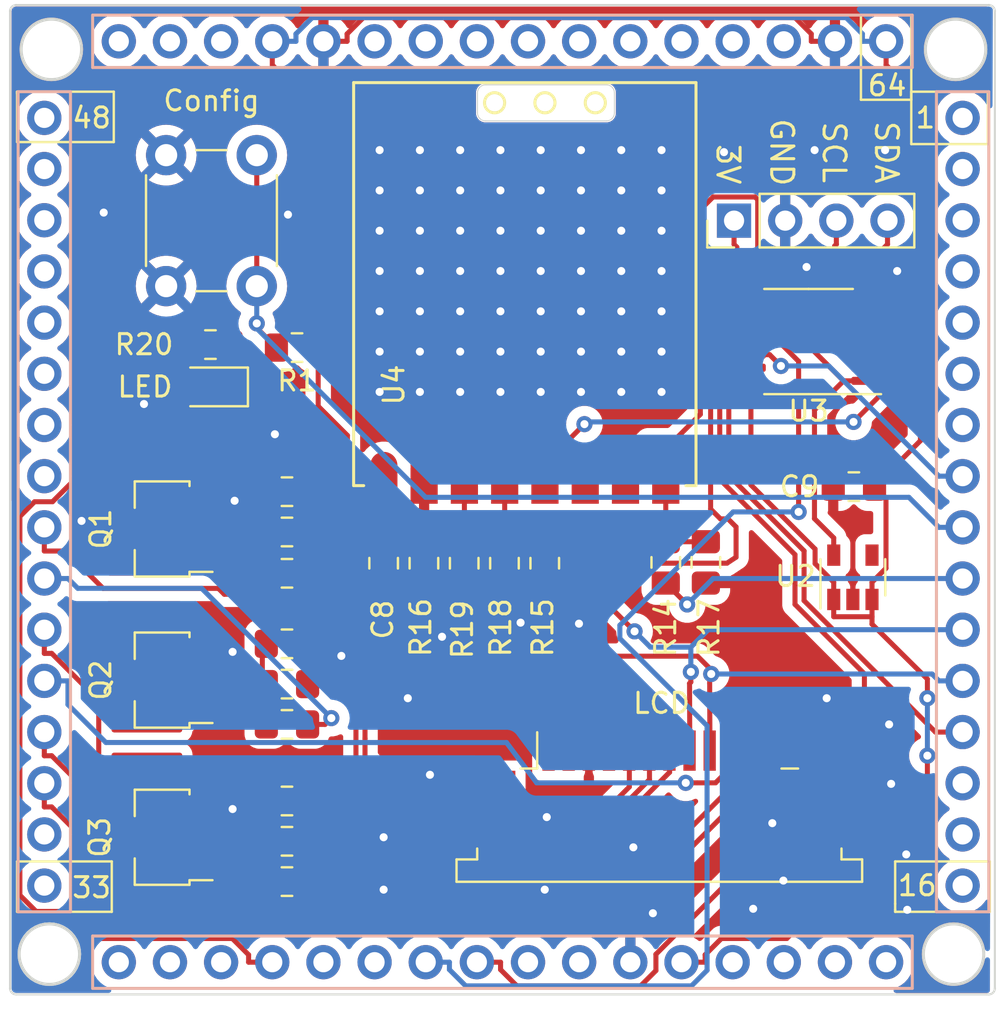
<source format=kicad_pcb>
(kicad_pcb (version 20240108) (generator "pcbnew") (generator_version "8.0")
  (layers (0 "F.Cu" signal) (31 "B.Cu" signal) (34 "B.Paste" user) (35 "F.Paste" user) (36 "B.SilkS" user "B.Silkscreen") (37 "F.SilkS" user "F.Silkscreen") (38 "B.Mask" user) (39 "F.Mask" user) (44 "Edge.Cuts" user))
  (net 0 "")
  (net 1 "/3V")
  (net 2 "/5V")
  (net 3 "/LCD_CS")
  (net 4 "/LCD_RESET")
  (net 5 "/LCD_A0")
  (net 6 "/5V_MOSI")
  (net 7 "/5V_SCK")
  (net 8 "/LCD_B")
  (net 9 "/LCD_R")
  (net 10 "/LCD_G")
  (net 11 "Net-(J7-Pad1)")
  (net 12 "Net-(J8-Pad16)")
  (net 13 "Net-(J8-Pad15)")
  (net 14 "Net-(J8-Pad14)")
  (net 15 "/5V_MISO")
  (net 16 "/5V_CS")
  (net 17 "Net-(J8-Pad9)")
  (net 18 "/5V_GDO0")
  (net 19 "Net-(J8-Pad7)")
  (net 20 "Net-(J8-Pad6)")
  (net 21 "Net-(J8-Pad5)")
  (net 22 "Net-(J8-Pad4)")
  (net 23 "Net-(J8-Pad3)")
  (net 24 "Net-(J8-Pad2)")
  (net 25 "Net-(J8-Pad1)")
  (net 26 "Net-(J9-Pad16)")
  (net 27 "Net-(J9-Pad15)")
  (net 28 "Net-(J9-Pad14)")
  (net 29 "Net-(J9-Pad13)")
  (net 30 "Net-(J9-Pad12)")
  (net 31 "Net-(J9-Pad11)")
  (net 32 "Net-(J9-Pad10)")
  (net 33 "Net-(J9-Pad9)")
  (net 34 "/LCD_G_CTRL")
  (net 35 "/LCD_R_CTRL")
  (net 36 "/LCD_B_CTRL")
  (net 37 "Net-(J9-Pad2)")
  (net 38 "Net-(J9-Pad1)")
  (net 39 "Net-(J10-Pad16)")
  (net 40 "Net-(J10-Pad15)")
  (net 41 "Net-(J10-Pad14)")
  (net 42 "Net-(J10-Pad13)")
  (net 43 "Net-(J10-Pad12)")
  (net 44 "Net-(J10-Pad11)")
  (net 45 "/5V_SDA")
  (net 46 "/5V_SCL")
  (net 47 "Net-(J10-Pad8)")
  (net 48 "Net-(J10-Pad7)")
  (net 49 "Net-(J10-Pad4)")
  (net 50 "Net-(J10-Pad3)")
  (net 51 "Net-(J10-Pad2)")
  (net 52 "Net-(J10-Pad1)")
  (net 53 "Net-(J11-Pad14)")
  (net 54 "Net-(J11-Pad13)")
  (net 55 "Net-(J11-Pad12)")
  (net 56 "Net-(J11-Pad11)")
  (net 57 "Net-(J11-Pad10)")
  (net 58 "Net-(J11-Pad9)")
  (net 59 "Net-(J11-Pad8)")
  (net 60 "Net-(J11-Pad7)")
  (net 61 "Net-(J11-Pad6)")
  (net 62 "Net-(J11-Pad3)")
  (net 63 "Net-(J11-Pad2)")
  (net 64 "Net-(J11-Pad1)")
  (net 65 "/3V_SDA")
  (net 66 "/3V_SCL")
  (net 67 "Net-(Q1-Pad2)")
  (net 68 "Net-(Q1-Pad1)")
  (net 69 "Net-(Q2-Pad2)")
  (net 70 "Net-(Q2-Pad1)")
  (net 71 "Net-(Q3-Pad2)")
  (net 72 "Net-(Q3-Pad1)")
  (net 73 "/3V_CS")
  (net 74 "/3V_SCK")
  (net 75 "/3V_MOSI")
  (net 76 "Net-(U2-Pad4)")
  (net 77 "Net-(U3-Pad9)")
  (net 78 "Net-(U3-Pad6)")
  (net 79 "/3V_GDO0")
  (net 80 "/3V_MISO")
  (net 81 "Net-(U4-Pad6)")
  (net 82 "Net-(D2-Pad2)")
  (net 83 "GND")
  (footprint "LED_SMD:LED_0805_2012Metric_Pad1.15x1.40mm_HandSolder" (layer "F.Cu") (at 105.4 98.050001 180)
    (property "Reference" "D2" (hide yes))
    (property "Value" "LED")
  )
  (footprint "Resistor_SMD:R_0805_2012Metric_Pad1.15x1.40mm_HandSolder" (layer "F.Cu") (at 105.4 95.949999 180)
    (property "Reference" "R20")
    (property "Value" "330")
  )
  (footprint "Capacitor_SMD:C_0805_2012Metric_Pad1.15x1.40mm_HandSolder" (layer "F.Cu") (at 113.999999 106.8 -90)
    (property "Reference" "C8")
    (property "Value" "100n")
  )
  (footprint "Capacitor_SMD:C_0805_2012Metric_Pad1.15x1.40mm_HandSolder" (layer "F.Cu") (at 137.35 103 180)
    (property "Reference" "C9")
    (property "Value" "100n")
  )
  (footprint "Package_TO_SOT_SMD:SOT-89-3" (layer "F.Cu") (at 103.3 105.1 180)
    (property "Reference" "Q1")
    (property "Value" "BCX54")
  )
  (footprint "Package_TO_SOT_SMD:SOT-89-3" (layer "F.Cu") (at 103.3 112.6 180)
    (property "Reference" "Q2")
    (property "Value" "BCX54")
  )
  (footprint "Resistor_SMD:R_0805_2012Metric_Pad1.15x1.40mm_HandSolder" (layer "F.Cu") (at 130 106.76 90)
    (property "Reference" "R17")
    (property "Value" "3k3")
  )
  (footprint "Button_Switch_THT:SW_PUSH_6mm_H4.3mm" (layer "F.Cu") (at 103.2 93.05 90)
    (property "Reference" "SW1" (hide yes))
    (property "Value" "Config")
  )
  (footprint "Package_TO_SOT_SMD:SOT-23-5" (layer "F.Cu") (at 137.3 107.5 90)
    (property "Reference" "U2")
    (property "Value" "ZXCL330E5TA")
  )
  (footprint "Package_SO:TSSOP-14_4.4x5mm_P0.65mm" (layer "F.Cu") (at 135.1 95.8 180)
    (property "Reference" "U3")
    (property "Value" "TXB0104D")
  )
  (footprint "Resistor_SMD:R_0805_2012Metric_Pad1.15x1.40mm_HandSolder" (layer "F.Cu") (at 109.2 114.8)
    (property "Reference" "R8" (hide yes))
    (property "Value" "100")
  )
  (footprint "Resistor_SMD:R_0805_2012Metric_Pad1.15x1.40mm_HandSolder" (layer "F.Cu") (at 109.2 105.25 180)
    (property "Reference" "R7" (hide yes))
    (property "Value" "100")
  )
  (footprint "Resistor_SMD:R_0805_2012Metric_Pad1.15x1.40mm_HandSolder" (layer "F.Cu") (at 109.2 103.25 180)
    (property "Reference" "R6" (hide yes))
    (property "Value" "100")
  )
  (footprint "Resistor_SMD:R_0805_2012Metric_Pad1.15x1.40mm_HandSolder" (layer "F.Cu") (at 122.000001 106.8 -90)
    (property "Reference" "R15")
    (property "Value" "2k2")
  )
  (footprint "Resistor_SMD:R_0805_2012Metric_Pad1.15x1.40mm_HandSolder" (layer "F.Cu") (at 118 106.799999 90)
    (property "Reference" "R19")
    (property "Value" "3k3")
  )
  (footprint "Resistor_SMD:R_0805_2012Metric_Pad1.15x1.40mm_HandSolder" (layer "F.Cu") (at 128.01 106.76 -90)
    (property "Reference" "R14")
    (property "Value" "2k2")
  )
  (footprint "Resistor_SMD:R_0805_2012Metric_Pad1.15x1.40mm_HandSolder" (layer "F.Cu") (at 116 106.8 -90)
    (property "Reference" "R16")
    (property "Value" "2k2")
  )
  (footprint "Resistor_SMD:R_0805_2012Metric_Pad1.15x1.40mm_HandSolder" (layer "F.Cu") (at 120 106.8 90)
    (property "Reference" "R18")
    (property "Value" "3k3")
  )
  (footprint "Connector_PinHeader_2.54mm:PinHeader_1x04_P2.54mm_Vertical" (layer "F.Cu") (at 131.4 89.8 90)
    (property "Reference" "J12" (hide yes))
    (property "Value" "3V I2C")
  )
  (footprint "Resistor_SMD:R_0805_2012Metric_Pad1.15x1.40mm_HandSolder" (layer "F.Cu") (at 109.2 107.3)
    (property "Reference" "R5" (hide yes))
    (property "Value" "100")
  )
  (footprint "Resistor_SMD:R_0805_2012Metric_Pad1.15x1.40mm_HandSolder" (layer "F.Cu") (at 109.2 112.8 180)
    (property "Reference" "R10" (hide yes))
    (property "Value" "100")
  )
  (footprint "Resistor_SMD:R_0805_2012Metric_Pad1.15x1.40mm_HandSolder" (layer "F.Cu") (at 109.2 110.8 180)
    (property "Reference" "R9" (hide yes))
    (property "Value" "100")
  )
  (footprint "Resistor_SMD:R_0805_2012Metric_Pad1.15x1.40mm_HandSolder" (layer "F.Cu") (at 109.2 122.6)
    (property "Reference" "R11" (hide yes))
    (property "Value" "100")
  )
  (footprint "Resistor_SMD:R_0805_2012Metric_Pad1.15x1.40mm_HandSolder" (layer "F.Cu") (at 109.2 118.6 180)
    (property "Reference" "R12" (hide yes))
    (property "Value" "100")
  )
  (footprint "Resistor_SMD:R_0805_2012Metric_Pad1.15x1.40mm_HandSolder" (layer "F.Cu") (at 109.2 120.6 180)
    (property "Reference" "R13" (hide yes))
    (property "Value" "100")
  )
  (footprint "Package_TO_SOT_SMD:SOT-89-3" (layer "F.Cu") (at 103.3 120.4 180)
    (property "Reference" "Q3")
    (property "Value" "BCX54")
  )
  (footprint "additional:CC1101_Pads" (layer "F.Cu") (at 112.51 104.45 90)
    (property "Reference" "U4")
    (property "Value" "CC1101")
  )
  (footprint "Connector_FFC-FPC:TE_1-84953-2_1x12-1MP_P1.0mm_Horizontal" (layer "F.Cu") (at 127.69 117.9)
    (property "Reference" "J7" (hide yes))
    (property "Value" "LCD")
  )
  (footprint "Resistor_SMD:R_0805_2012Metric_Pad1.15x1.40mm_HandSolder" (layer "F.Cu") (at 109.7 96.1 180)
    (property "Reference" "R1")
    (property "Value" "10k")
  )
  (footprint "additional:PinHeader_1x16_P2.54mm_Vertical" (layer "B.Cu") (at 142.75 84.7 180)
    (property "Reference" "J8" (hide yes))
    (property "Value" "1-16")
  )
  (footprint "additional:PinHeader_1x16_P2.54mm_Vertical" (layer "B.Cu") (at 138.95 126.6 90)
    (property "Reference" "J10" (hide yes))
    (property "Value" "17-32")
  )
  (footprint "additional:PinHeader_1x16_P2.54mm_Vertical" (layer "B.Cu") (at 100.85 80.9 -90)
    (property "Reference" "J11" (hide yes))
    (property "Value" "49-64")
  )
  (footprint "additional:PinHeader_1x16_P2.54mm_Vertical" (layer "B.Cu") (at 97.150001 122.8)
    (property "Reference" "J9" (hide yes))
    (property "Value" "33-48")
  )
  (gr_line (start 144.1 124.1) (end 144.1 121.6) (stroke (width 0.12)) (layer "F.SilkS"))
  (gr_line (start 140.2 83.4) (end 144 83.4) (stroke (width 0.12)) (layer "F.SilkS"))
  (gr_line (start 100.5 124.1) (end 95.8 124.1) (stroke (width 0.12)) (layer "F.SilkS"))
  (gr_line (start 137.7 79.6) (end 140.2 79.6) (stroke (width 0.12)) (layer "F.SilkS"))
  (gr_line (start 95.8 83.4) (end 95.8 85.9) (stroke (width 0.12)) (layer "F.SilkS"))
  (gr_line (start 144 86) (end 140.2 86) (stroke (width 0.12)) (layer "F.SilkS"))
  (gr_line (start 144 83.4) (end 144 86) (stroke (width 0.12)) (layer "F.SilkS"))
  (gr_line (start 140.2 83.8) (end 137.7 83.8) (stroke (width 0.12)) (layer "F.SilkS"))
  (gr_line (start 100.6 83.4) (end 95.8 83.4) (stroke (width 0.12)) (layer "F.SilkS"))
  (gr_line (start 139.4 123.7) (end 139.4 124) (stroke (width 0.12)) (layer "F.SilkS"))
  (gr_line (start 140.2 86) (end 140.2 83.4) (stroke (width 0.12)) (layer "F.SilkS"))
  (gr_line (start 100.6 85.9) (end 100.6 83.4) (stroke (width 0.12)) (layer "F.SilkS"))
  (gr_line (start 140.2 79.6) (end 140.2 83.8) (stroke (width 0.12)) (layer "F.SilkS"))
  (gr_line (start 139.4 124.1) (end 144.1 124.1) (stroke (width 0.12)) (layer "F.SilkS"))
  (gr_line (start 139.4 124) (end 139.4 124.1) (stroke (width 0.12)) (layer "F.SilkS"))
  (gr_line (start 95.8 121.6) (end 100.5 121.6) (stroke (width 0.12)) (layer "F.SilkS"))
  (gr_line (start 95.8 85.9) (end 100.6 85.9) (stroke (width 0.12)) (layer "F.SilkS"))
  (gr_line (start 144.1 121.6) (end 139.4 121.6) (stroke (width 0.12)) (layer "F.SilkS"))
  (gr_line (start 95.8 83.4) (end 95.8 83.5) (stroke (width 0.12)) (layer "F.SilkS"))
  (gr_line (start 139.4 121.6) (end 139.4 123.7) (stroke (width 0.12)) (layer "F.SilkS"))
  (gr_line (start 100.5 121.6) (end 100.5 124.1) (stroke (width 0.12)) (layer "F.SilkS"))
  (gr_line (start 137.7 83.8) (end 137.7 79.6) (stroke (width 0.12)) (layer "F.SilkS"))
  (gr_line (start 95.8 124.1) (end 95.8 121.6) (stroke (width 0.12)) (layer "F.SilkS"))
  (gr_circle (center 142.4 81.3) (end 140.9 81.3) (stroke (width 0.15)) (fill none) (layer "Edge.Cuts"))
  (gr_circle (center 97.5 81.300001) (end 96 81.3) (stroke (width 0.15)) (fill none) (layer "Edge.Cuts"))
  (gr_circle (center 97.4 126.2) (end 95.9 126.2) (stroke (width 0.15)) (fill none) (layer "Edge.Cuts"))
  (gr_circle (center 142.3 126.2) (end 140.800001 126.2) (stroke (width 0.15)) (fill none) (layer "Edge.Cuts"))
  (gr_arc (start 144.05 79.1) (mid 144.262132 79.187868) (end 144.35 79.4) (stroke (width 0.1)) (layer "Edge.Cuts"))
  (gr_line (start 95.45 79.4) (end 95.450001 127.9) (stroke (width 0.1)) (layer "Edge.Cuts"))
  (gr_line (start 95.750001 128.2) (end 144.05 128.2) (stroke (width 0.1)) (layer "Edge.Cuts"))
  (gr_arc (start 144.35 127.9) (mid 144.262132 128.112132) (end 144.05 128.2) (stroke (width 0.1)) (layer "Edge.Cuts"))
  (gr_line (start 144.05 79.1) (end 95.750001 79.1) (stroke (width 0.1)) (layer "Edge.Cuts"))
  (gr_arc (start 95.750001 128.2) (mid 95.537869 128.112132) (end 95.450001 127.9) (stroke (width 0.1)) (layer "Edge.Cuts"))
  (gr_arc (start 95.45 79.4) (mid 95.537868 79.187868) (end 95.75 79.1) (stroke (width 0.1)) (layer "Edge.Cuts"))
  (gr_line (start 125.46 83.46) (end 125.460001 84.45) (stroke (width 0.05)) (layer "Edge.Cuts"))
  (gr_arc (start 125.059999 83.06) (mid 125.342842 83.177157) (end 125.46 83.459999) (stroke (width 0.05)) (layer "Edge.Cuts"))
  (gr_line (start 119.06 83.06) (end 125.059999 83.06) (stroke (width 0.05)) (layer "Edge.Cuts"))
  (gr_arc (start 118.66 83.459999) (mid 118.777158 83.177157) (end 119.060001 83.06) (stroke (width 0.05)) (layer "Edge.Cuts"))
  (gr_arc (start 125.460001 84.45) (mid 125.342843 84.732843) (end 125.06 84.850001) (stroke (width 0.05)) (layer "Edge.Cuts"))
  (gr_line (start 125.06 84.850001) (end 119.06 84.85) (stroke (width 0.05)) (layer "Edge.Cuts"))
  (gr_arc (start 119.06 84.85) (mid 118.777157 84.732843) (end 118.66 84.45) (stroke (width 0.05)) (layer "Edge.Cuts"))
  (gr_line (start 118.66 83.459999) (end 118.66 84.449999) (stroke (width 0.05)) (layer "Edge.Cuts"))
  (gr_line (start 144.35 79.4) (end 144.35 127.9) (stroke (width 0.1)) (layer "Edge.Cuts"))
  (gr_text "SCL" (at 136.37 86.41 270) (layer "F.SilkS") (effects (font (size 1.1 1.1))))
  (gr_text "SDA" (at 138.97 86.41 270) (layer "F.SilkS") (effects (font (size 1.1 1.1))))
  (gr_text "GND" (at 133.77 86.41 270) (layer "F.SilkS") (effects (font (size 1.1 1.1))))
  (gr_text "16" (at 140.5 122.8 0) (layer "F.SilkS") (effects (font (size 1 1))))
  (gr_text "3V" (at 131.1 87 270) (layer "F.SilkS") (effects (font (size 1.1 1.1))))
  (gr_text "48" (at 99.5 84.7 0) (layer "F.SilkS") (effects (font (size 1 1))))
  (gr_text "1" (at 140.9 84.7 0) (layer "F.SilkS") (effects (font (size 1 1))))
  (gr_text "33" (at 99.5 122.9 0) (layer "F.SilkS") (effects (font (size 1 1))))
  (gr_text "64" (at 139 83.1 0) (layer "F.SilkS") (effects (font (size 1 1))))
  (segment (start 132.9384 93.85) (end 136.838399 97.75) (width 0.25) (layer "F.Cu") (net 1))
  (segment (start 131.5 105) (end 131.1 104.6) (width 0.25) (layer "F.Cu") (net 1))
  (segment (start 130.2373 95.1494) (end 130.2373 104.1123) (width 0.25) (layer "F.Cu") (net 1))
  (segment (start 114.01 101.86) (end 114.01 105.8501) (width 0.25) (layer "F.Cu") (net 1))
  (segment (start 112.97499 108.38818) (end 116.45081 111.864) (width 0.25) (layer "F.Cu") (net 1))
  (segment (start 131.1 104.6) (end 130.725 104.6) (width 0.25) (layer "F.Cu") (net 1))
  (segment (start 131.5 106.5) (end 131.05 106.798099) (width 0.25) (layer "F.Cu") (net 1))
  (segment (start 112.97499 106.82952) (end 112.97499 108.38818) (width 0.25) (layer "F.Cu") (net 1))
  (segment (start 131.5367 91.112) (end 131.5367 93.85) (width 0.25) (layer "F.Cu") (net 1))
  (segment (start 136.838399 97.75) (end 137.9625 97.75) (width 0.25) (layer "F.Cu") (net 1))
  (segment (start 135.394 104.5887) (end 135.393999 99.1944) (width 0.25) (layer "F.Cu") (net 1))
  (segment (start 113.00831 106.8) (end 113.00641 106.7981) (width 0.25) (layer "F.Cu") (net 1))
  (segment (start 131.5367 93.85) (end 132.2375 93.85) (width 0.25) (layer "F.Cu") (net 1))
  (segment (start 130.725 104.6) (end 130.2373 104.1123) (width 0.25) (layer "F.Cu") (net 1))
  (segment (start 113.00641 106.7981) (end 112.97499 106.82952) (width 0.25) (layer "F.Cu") (net 1))
  (segment (start 125.19 112.7647) (end 125.19 115.1) (width 0.25) (layer "F.Cu") (net 1))
  (segment (start 114.01 105.8501) (end 113.999999 106.8) (width 0.25) (layer "F.Cu") (net 1))
  (segment (start 131.4 89.8) (end 131.4 90.9753) (width 0.25) (layer "F.Cu") (net 1))
  (segment (start 136.35 106.4) (end 136.35 105.5447) (width 0.25) (layer "F.Cu") (net 1))
  (segment (start 131.5367 93.85) (end 130.2373 95.1494) (width 0.25) (layer "F.Cu") (net 1))
  (segment (start 116.45081 111.864) (end 124.2893 111.864) (width 0.25) (layer "F.Cu") (net 1))
  (segment (start 132.2375 93.85) (end 132.9384 93.85) (width 0.25) (layer "F.Cu") (net 1))
  (segment (start 131.5 106.5) (end 131.5 105) (width 0.25) (layer "F.Cu") (net 1))
  (segment (start 113.999999 106.8) (end 113.00831 106.8) (width 0.25) (layer "F.Cu") (net 1))
  (segment (start 136.35 105.5447) (end 135.394 104.5887) (width 0.25) (layer "F.Cu") (net 1))
  (segment (start 131.4 90.9753) (end 131.5367 91.112) (width 0.25) (layer "F.Cu") (net 1))
  (segment (start 131.05 106.798099) (end 113.00641 106.7981) (width 0.25) (layer "F.Cu") (net 1))
  (segment (start 135.393999 99.1944) (end 136.838399 97.75) (width 0.25) (layer "F.Cu") (net 1))
  (segment (start 124.2893 111.864) (end 125.19 112.7647) (width 0.25) (layer "F.Cu") (net 1))
  (segment (start 138.9449 103.5699) (end 138.9449 107.0498) (width 0.25) (layer "F.Cu") (net 2))
  (segment (start 141 113.5) (end 141 112.549999) (width 0.25) (layer "F.Cu") (net 2))
  (segment (start 138.25 109.4553) (end 138.25 109.8235) (width 0.25) (layer "F.Cu") (net 2))
  (segment (start 141 118.441412) (end 141 117.699999) (width 0.25) (layer "F.Cu") (net 2))
  (segment (start 138.375 103) (end 140.6545 100.7205) (width 0.25) (layer "F.Cu") (net 2))
  (segment (start 138.375 103) (end 138.9449 103.5699) (width 0.25) (layer "F.Cu") (net 2))
  (segment (start 128.79 126.6) (end 129.9653 126.6) (width 0.25) (layer "F.Cu") (net 2))
  (segment (start 136.35 108.6) (end 136.35 109.455301) (width 0.25) (layer "F.Cu") (net 2))
  (segment (start 135.4234 106.8181) (end 136.35 107.7447) (width 0.25) (layer "F.Cu") (net 2))
  (segment (start 134.016712 125.4247) (end 141 118.441412) (width 0.25) (layer "F.Cu") (net 2))
  (segment (start 132.2375 102.9124) (end 135.4234 106.0983) (width 0.25) (layer "F.Cu") (net 2))
  (segment (start 110.7498 99.0091) (end 112.2011 100.4604) (width 0.25) (layer "F.Cu") (net 2))
  (segment (start 138.9449 107.0498) (end 138.25 107.7447) (width 0.25) (layer "F.Cu") (net 2))
  (segment (start 112.2011 108.2507) (end 116.7151 112.7647) (width 0.25) (layer "F.Cu") (net 2))
  (segment (start 108.47 80.9) (end 108.47 82.0753) (width 0.25) (layer "F.Cu") (net 2))
  (segment (start 130.7732 125.4247) (end 134.016712 125.4247) (width 0.25) (layer "F.Cu") (net 2))
  (segment (start 129.9653 126.2326) (end 130.7732 125.4247) (width 0.25) (layer "F.Cu") (net 2))
  (segment (start 110.7498 84.3551) (end 110.7498 99.0091) (width 0.25) (layer "F.Cu") (net 2))
  (segment (start 138.25 108.6) (end 138.25 107.7447) (width 0.25) (layer "F.Cu") (net 2))
  (segment (start 112.2011 100.4604) (end 112.2011 108.2507) (width 0.25) (layer "F.Cu") (net 2))
  (segment (start 140.6545 100.7205) (end 140.654501 83.7798) (width 0.25) (layer "F.Cu") (net 2))
  (segment (start 141 117.699999) (end 141 116.35) (width 0.25) (layer "F.Cu") (net 2))
  (segment (start 129.9653 126.6) (end 129.9653 126.2326) (width 0.25) (layer "F.Cu") (net 2))
  (segment (start 123.19 112.7647) (end 123.19 115.1) (width 0.25) (layer "F.Cu") (net 2))
  (segment (start 108.47 82.0753) (end 110.7498 84.3551) (width 0.25) (layer "F.Cu") (net 2))
  (segment (start 140.654501 83.7798) (end 138.950001 82.0753) (width 0.25) (layer "F.Cu") (net 2))
  (segment (start 136.35 108.6) (end 136.35 107.7447) (width 0.25) (layer "F.Cu") (net 2))
  (segment (start 138.95 80.9) (end 138.950001 82.0753) (width 0.25) (layer "F.Cu") (net 2))
  (segment (start 116.7151 112.7647) (end 123.19 112.7647) (width 0.25) (layer "F.Cu") (net 2))
  (segment (start 138.25 109.8235) (end 141 112.549999) (width 0.25) (layer "F.Cu") (net 2))
  (segment (start 132.2375 97.75) (end 132.2375 102.9124) (width 0.25) (layer "F.Cu") (net 2))
  (segment (start 138.25 109.4553) (end 136.35 109.455301) (width 0.25) (layer "F.Cu") (net 2))
  (segment (start 138.25 108.6) (end 138.25 109.4553) (width 0.25) (layer "F.Cu") (net 2))
  (segment (start 135.4234 106.0983) (end 135.4234 106.8181) (width 0.25) (layer "F.Cu") (net 2))
  (via (at 141 116.35) (size 0.8) (drill 0.4) (layers "F.Cu" "B.Cu") (net 2))
  (via (at 141 113.5) (size 0.8) (drill 0.4) (layers "F.Cu" "B.Cu") (net 2))
  (segment (start 108.47 80.9) (end 109.6453 80.9) (width 0.25) (layer "B.Cu") (net 2))
  (segment (start 138.95 80.9) (end 137.7747 80.9) (width 0.25) (layer "B.Cu") (net 2))
  (segment (start 141 116.35) (end 141 113.5) (width 0.25) (layer "B.Cu") (net 2))
  (segment (start 136.9667 79.7247) (end 110.4532 79.7247) (width 0.25) (layer "B.Cu") (net 2))
  (segment (start 137.7747 80.9) (end 137.7747 80.5327) (width 0.25) (layer "B.Cu") (net 2))
  (segment (start 109.6453 80.5326) (end 109.6453 80.9) (width 0.25) (layer "B.Cu") (net 2))
  (segment (start 137.7747 80.5327) (end 136.9667 79.7247) (width 0.25) (layer "B.Cu") (net 2))
  (segment (start 110.4532 79.7247) (end 109.6453 80.5326) (width 0.25) (layer "B.Cu") (net 2))
  (segment (start 125.599602 124.5804) (end 100.0316 124.580399) (width 0.25) (layer "F.Cu") (net 3))
  (segment (start 97.150001 118.8953) (end 97.15 117.72) (width 0.25) (layer "F.Cu") (net 3))
  (segment (start 133.19 116.990002) (end 125.599602 124.5804) (width 0.25) (layer "F.Cu") (net 3))
  (segment (start 97.5174 118.8953) (end 97.150001 118.8953) (width 0.25) (layer "F.Cu") (net 3))
  (segment (start 133.19 116.1) (end 133.19 116.990002) (width 0.25) (layer "F.Cu") (net 3))
  (segment (start 98.7756 120.153499) (end 97.5174 118.8953) (width 0.25) (layer "F.Cu") (net 3))
  (segment (start 98.7756 123.3244) (end 98.7756 120.153499) (width 0.25) (layer "F.Cu") (net 3))
  (segment (start 100.0316 124.580399) (end 98.7756 123.3244) (width 0.25) (layer "F.Cu") (net 3))
  (segment (start 100.2211 124.1239) (end 99.402701 123.3055) (width 0.25) (layer "F.Cu") (net 4))
  (segment (start 125.056101 124.123901) (end 100.2211 124.1239) (width 0.25) (layer "F.Cu") (net 4))
  (segment (start 99.4027 118.2407) (end 97.5173 116.3553) (width 0.25) (layer "F.Cu") (net 4))
  (segment (start 99.402701 123.3055) (end 99.4027 118.2407) (width 0.25) (layer "F.Cu") (net 4))
  (segment (start 97.5173 116.3553) (end 97.150001 116.3553) (width 0.25) (layer "F.Cu") (net 4))
  (segment (start 97.150001 116.3553) (end 97.15 115.18) (width 0.25) (layer "F.Cu") (net 4))
  (segment (start 132.19 116.1) (end 132.19 116.990002) (width 0.25) (layer "F.Cu") (net 4))
  (segment (start 132.19 116.990002) (end 125.056101 124.123901) (width 0.25) (layer "F.Cu") (net 4))
  (segment (start 131.19 116.990002) (end 130.480002 117.7) (width 0.25) (layer "F.Cu") (net 5))
  (segment (start 130.480002 117.7) (end 129.565685 117.7) (width 0.25) (layer "F.Cu") (net 5))
  (segment (start 129.565685 117.7) (end 129 117.7) (width 0.25) (layer "F.Cu") (net 5))
  (segment (start 131.19 116.1) (end 131.19 116.990002) (width 0.25) (layer "F.Cu") (net 5))
  (via (at 129 117.7) (size 0.8) (drill 0.4) (layers "F.Cu" "B.Cu") (net 5))
  (segment (start 129 117.7) (end 121.6 117.7) (width 0.25) (layer "B.Cu") (net 5))
  (segment (start 98.3253 113.8153) (end 98.3253 112.64) (width 0.25) (layer "B.Cu") (net 5))
  (segment (start 98.3253 112.64) (end 97.150001 112.64) (width 0.25) (layer "B.Cu") (net 5))
  (segment (start 100.206801 115.6968) (end 98.3253 113.8153) (width 0.25) (layer "B.Cu") (net 5))
  (segment (start 121.6 117.7) (end 120.1 115.7) (width 0.25) (layer "B.Cu") (net 5))
  (segment (start 120.1 115.7) (end 100.206801 115.6968) (width 0.25) (layer "B.Cu") (net 5))
  (segment (start 130.19 112.2977) (end 130.2653 112.2977) (width 0.25) (layer "F.Cu") (net 6))
  (segment (start 119.588701 111.4137) (end 116 107.824999) (width 0.25) (layer "F.Cu") (net 6))
  (segment (start 130.2 115.2) (end 130.19 112.7647) (width 0.25) (layer "F.Cu") (net 6))
  (segment (start 130.19 112.0185) (end 129.5852 111.413701) (width 0.25) (layer "F.Cu") (net 6))
  (segment (start 130.19 112.2977) (end 130.19 112.0185) (width 0.25) (layer "F.Cu") (net 6))
  (segment (start 129.5852 111.413701) (end 119.588701 111.4137) (width 0.25) (layer "F.Cu") (net 6))
  (segment (start 130.19 112.7647) (end 130.19 112.2977) (width 0.25) (layer "F.Cu") (net 6))
  (via (at 130.2653 112.2977) (size 0.8) (drill 0.4) (layers "F.Cu" "B.Cu") (net 6))
  (segment (start 142.75 112.64) (end 141.5747 112.64) (width 0.25) (layer "B.Cu") (net 6))
  (segment (start 141.2324 112.2977) (end 130.2653 112.2977) (width 0.25) (layer "B.Cu") (net 6))
  (segment (start 141.5747 112.64) (end 141.2324 112.2977) (width 0.25) (layer "B.Cu") (net 6))
  (segment (start 129.2547 112.7) (end 129.2547 112.1939) (width 0.25) (layer "F.Cu") (net 7))
  (segment (start 122 107.825) (end 124.1028 107.825) (width 0.25) (layer "F.Cu") (net 7))
  (segment (start 129.19 112.7647) (end 129.2547 112.7) (width 0.25) (layer "F.Cu") (net 7))
  (segment (start 124.1028 107.825) (end 126.4598 110.182001) (width 0.25) (layer "F.Cu") (net 7))
  (segment (start 129.2 115.1) (end 129.19 112.7647) (width 0.25) (layer "F.Cu") (net 7))
  (via (at 126.4598 110.182001) (size 0.8) (drill 0.4) (layers "F.Cu" "B.Cu") (net 7))
  (via (at 129.2547 112.1939) (size 0.8) (drill 0.4) (layers "F.Cu" "B.Cu") (net 7))
  (segment (start 129.2547 110.9662) (end 127.244 110.9662) (width 0.25) (layer "B.Cu") (net 7))
  (segment (start 127.244 110.9662) (end 126.4598 110.182001) (width 0.25) (layer "B.Cu") (net 7))
  (segment (start 142.75 110.1) (end 141.5747 110.1) (width 0.25) (layer "B.Cu") (net 7))
  (segment (start 129.2547 110.9662) (end 129.2547 112.1939) (width 0.25) (layer "B.Cu") (net 7))
  (segment (start 141.5747 110.1) (end 130.1209 110.1) (width 0.25) (layer "B.Cu") (net 7))
  (segment (start 130.1209 110.1) (end 129.2547 110.9662) (width 0.25) (layer "B.Cu") (net 7))
  (segment (start 111.5 120.6) (end 110.4 120.6) (width 0.25) (layer "F.Cu") (net 8))
  (segment (start 113.550019 121.92502) (end 123.447801 121.925019) (width 0.25) (layer "F.Cu") (net 8))
  (segment (start 112.82502 121.92502) (end 111.5 120.6) (width 0.25) (layer "F.Cu") (net 8))
  (segment (start 110.200001 118.6) (end 110.225 120.6) (width 0.25) (layer "F.Cu") (net 8))
  (segment (start 128.2 117.17282) (end 128.2 116.2) (width 0.25) (layer "F.Cu") (net 8))
  (segment (start 123.447801 121.925019) (end 128.2 117.17282) (width 0.25) (layer "F.Cu") (net 8))
  (segment (start 113.550019 121.92502) (end 112.82502 121.92502) (width 0.25) (layer "F.Cu") (net 8))
  (segment (start 117.413599 121.475011) (end 123.2614 121.47501) (width 0.25) (layer "F.Cu") (net 9))
  (segment (start 112.624989 115.686401) (end 112.62499 116.686402) (width 0.25) (layer "F.Cu") (net 9))
  (segment (start 112.624989 114.084489) (end 111.3405 112.8) (width 0.25) (layer "F.Cu") (net 9))
  (segment (start 112.62499 116.686402) (end 117.413599 121.475011) (width 0.25) (layer "F.Cu") (net 9))
  (segment (start 127.2 117.53641) (end 127.2 116.2) (width 0.25) (layer "F.Cu") (net 9))
  (segment (start 110.225 112.8) (end 110.225 110.8) (width 0.25) (layer "F.Cu") (net 9))
  (segment (start 123.2614 121.47501) (end 127.2 117.53641) (width 0.25) (layer "F.Cu") (net 9))
  (segment (start 112.624989 115.686401) (end 112.624989 114.084489) (width 0.25) (layer "F.Cu") (net 9))
  (segment (start 111.3405 112.8) (end 110.225 112.8) (width 0.25) (layer "F.Cu") (net 9))
  (segment (start 113.074999 115.500001) (end 113.074999 109.76101) (width 0.25) (layer "F.Cu") (net 10))
  (segment (start 111.751091 106.776091) (end 110.225 105.25) (width 0.25) (layer "F.Cu") (net 10))
  (segment (start 113.074999 115.500001) (end 113.074999 116.500001) (width 0.25) (layer "F.Cu") (net 10))
  (segment (start 117.599999 121.025001) (end 123.074999 121.025001) (width 0.25) (layer "F.Cu") (net 10))
  (segment (start 110.225 105.7113) (end 110.225 105.25) (width 0.25) (layer "F.Cu") (net 10))
  (segment (start 126.2 117.9) (end 126.2 116.2) (width 0.25) (layer "F.Cu") (net 10))
  (segment (start 123.074999 121.025001) (end 126.2 117.9) (width 0.25) (layer "F.Cu") (net 10))
  (segment (start 113.074999 116.500001) (end 117.599999 121.025001) (width 0.25) (layer "F.Cu") (net 10))
  (segment (start 111.751089 108.4371) (end 111.751091 106.776091) (width 0.25) (layer "F.Cu") (net 10))
  (segment (start 113.074999 109.76101) (end 111.751089 108.4371) (width 0.25) (layer "F.Cu") (net 10))
  (segment (start 110.225 103.25) (end 110.225 105.25) (width 0.25) (layer "F.Cu") (net 10))
  (segment (start 134.8768 106.1886) (end 134.8768 108.6572) (width 0.25) (layer "F.Cu") (net 15))
  (segment (start 141.3996 115.18) (end 142.75 115.18) (width 0.25) (layer "F.Cu") (net 15))
  (segment (start 131.1404 102.452201) (end 134.8768 106.1886) (width 0.25) (layer "F.Cu") (net 15))
  (segment (start 134.8768 108.6572) (end 141.3996 115.18) (width 0.25) (layer "F.Cu") (net 15))
  (segment (start 132.2375 97.1) (end 131.5149 97.1) (width 0.25) (layer "F.Cu") (net 15))
  (segment (start 131.1404 97.4745) (end 131.1404 102.452201) (width 0.25) (layer "F.Cu") (net 15))
  (segment (start 131.5149 97.1) (end 131.1404 97.4745) (width 0.25) (layer "F.Cu") (net 15))
  (segment (start 128.01 107.785001) (end 129.0719 108.8469) (width 0.25) (layer "F.Cu") (net 16))
  (via (at 129.0719 108.8469) (size 0.8) (drill 0.4) (layers "F.Cu" "B.Cu") (net 16))
  (segment (start 142.75 107.56) (end 130.3588 107.56) (width 0.25) (layer "B.Cu") (net 16))
  (segment (start 130.3588 107.56) (end 129.0719 108.8469) (width 0.25) (layer "B.Cu") (net 16))
  (segment (start 107.7 95.125) (end 108.675 96.1) (width 0.25) (layer "F.Cu") (net 17))
  (segment (start 107.7 93.05) (end 107.7 86.55) (width 0.25) (layer "F.Cu") (net 17))
  (segment (start 107.7 94.9) (end 107.7 95.125) (width 0.25) (layer "F.Cu") (net 17))
  (via (at 107.7 94.9) (size 0.8) (drill 0.4) (layers "F.Cu" "B.Cu") (net 17))
  (segment (start 107.7 94.9) (end 107.7 95.1477) (width 0.25) (layer "B.Cu") (net 17))
  (segment (start 140.0846 103.5299) (end 141.5747 105.02) (width 0.25) (layer "B.Cu") (net 17))
  (segment (start 107.7 95.1477) (end 116.0822 103.5299) (width 0.25) (layer "B.Cu") (net 17))
  (segment (start 142.75 105.02) (end 141.5747 105.02) (width 0.25) (layer "B.Cu") (net 17))
  (segment (start 116.0822 103.5299) (end 140.0846 103.5299) (width 0.25) (layer "B.Cu") (net 17))
  (segment (start 107.7 93.05) (end 107.7 94.9) (width 0.25) (layer "B.Cu") (net 17))
  (segment (start 132.2375 96.45) (end 133.1666 96.45) (width 0.25) (layer "F.Cu") (net 18))
  (segment (start 133.1666 96.45) (end 133.728199 97.0116) (width 0.25) (layer "F.Cu") (net 18))
  (via (at 133.728199 97.0116) (size 0.8) (drill 0.4) (layers "F.Cu" "B.Cu") (net 18))
  (segment (start 136.1063 97.0116) (end 141.5747 102.48) (width 0.25) (layer "B.Cu") (net 18))
  (segment (start 142.75 102.48) (end 141.5747 102.48) (width 0.25) (layer "B.Cu") (net 18))
  (segment (start 133.728199 97.0116) (end 136.1063 97.0116) (width 0.25) (layer "B.Cu") (net 18))
  (segment (start 105.7964 108.05) (end 100.068201 108.05) (width 0.25) (layer "F.Cu") (net 34))
  (segment (start 97.15 105.02) (end 97.150001 106.1953) (width 0.25) (layer "F.Cu") (net 34))
  (segment (start 98.2135 106.1953) (end 97.150001 106.1953) (width 0.25) (layer "F.Cu") (net 34))
  (segment (start 110.225 107.3) (end 109.1846 108.3404) (width 0.25) (layer "F.Cu") (net 34))
  (segment (start 109.1846 108.3404) (end 106.0868 108.3404) (width 0.25) (layer "F.Cu") (net 34))
  (segment (start 106.0868 108.3404) (end 105.7964 108.05) (width 0.25) (layer "F.Cu") (net 34))
  (segment (start 100.068201 108.05) (end 98.2135 106.1953) (width 0.25) (layer "F.Cu") (net 34))
  (segment (start 111.0904 114.8) (end 111.4025 114.4879) (width 0.25) (layer "F.Cu") (net 35))
  (segment (start 110.225 114.8) (end 111.0904 114.8) (width 0.25) (layer "F.Cu") (net 35))
  (via (at 111.4025 114.4879) (size 0.8) (drill 0.4) (layers "F.Cu" "B.Cu") (net 35))
  (segment (start 98.8124 108.0471) (end 98.3253 107.56) (width 0.25) (layer "B.Cu") (net 35))
  (segment (start 97.15 107.56) (end 98.3253 107.56) (width 0.25) (layer "B.Cu") (net 35))
  (segment (start 111.4025 114.4879) (end 104.9617 108.0471) (width 0.25) (layer "B.Cu") (net 35))
  (segment (start 104.9617 108.0471) (end 98.8124 108.0471) (width 0.25) (layer "B.Cu") (net 35))
  (segment (start 97.5173 111.275299) (end 97.15 111.2753) (width 0.25) (layer "F.Cu") (net 36))
  (segment (start 97.15 110.1) (end 97.15 111.2753) (width 0.25) (layer "F.Cu") (net 36))
  (segment (start 110.225 122.6) (end 109.179399 123.6456) (width 0.25) (layer "F.Cu") (net 36))
  (segment (start 100.3797 123.6456) (end 99.853 123.1189) (width 0.25) (layer "F.Cu") (net 36))
  (segment (start 99.853 113.611) (end 97.5173 111.275299) (width 0.25) (layer "F.Cu") (net 36))
  (segment (start 99.853 123.1189) (end 99.853 113.611) (width 0.25) (layer "F.Cu") (net 36))
  (segment (start 109.179399 123.6456) (end 100.3797 123.6456) (width 0.25) (layer "F.Cu") (net 36))
  (segment (start 98.719 102.5875) (end 97.5565 103.75) (width 0.25) (layer "F.Cu") (net 42))
  (segment (start 97.5565 103.75) (end 96.6666 103.75) (width 0.25) (layer "F.Cu") (net 42))
  (segment (start 107.2947 126.2326) (end 107.2947 126.6) (width 0.25) (layer "F.Cu") (net 42))
  (segment (start 106.4868 125.4247) (end 107.2947 126.2326) (width 0.25) (layer "F.Cu") (net 42))
  (segment (start 103.81182 94.77499) (end 98.719 99.86781) (width 0.25) (layer "F.Cu") (net 42))
  (segment (start 96.742001 124.0804) (end 98.275 124.0804) (width 0.25) (layer "F.Cu") (net 42))
  (segment (start 95.937 104.4796) (end 95.937001 123.2754) (width 0.25) (layer "F.Cu") (net 42))
  (segment (start 98.275 124.0804) (end 99.6193 125.424701) (width 0.25) (layer "F.Cu") (net 42))
  (segment (start 106.425 95.8) (end 105.39999 94.77499) (width 0.25) (layer "F.Cu") (net 42))
  (segment (start 99.6193 125.424701) (end 106.4868 125.4247) (width 0.25) (layer "F.Cu") (net 42))
  (segment (start 95.937001 123.2754) (end 96.742001 124.0804) (width 0.25) (layer "F.Cu") (net 42))
  (segment (start 96.6666 103.75) (end 95.937 104.4796) (width 0.25) (layer "F.Cu") (net 42))
  (segment (start 98.719 99.86781) (end 98.719 102.5875) (width 0.25) (layer "F.Cu") (net 42))
  (segment (start 105.39999 94.77499) (end 103.81182 94.77499) (width 0.25) (layer "F.Cu") (net 42))
  (segment (start 107.2947 126.6) (end 108.47 126.6) (width 0.25) (layer "F.Cu") (net 42))
  (segment (start 132.9732 95.15) (end 134.6061 96.7829) (width 0.25) (layer "F.Cu") (net 45))
  (segment (start 134.6061 96.7829) (end 134.6061 104.2552) (width 0.25) (layer "F.Cu") (net 45))
  (segment (start 132.2375 95.15) (end 132.9732 95.15) (width 0.25) (layer "F.Cu") (net 45))
  (via (at 134.6061 104.2552) (size 0.8) (drill 0.4) (layers "F.Cu" "B.Cu") (net 45))
  (segment (start 129.2864 127.7753) (end 130.06 127.0017) (width 0.25) (layer "B.Cu") (net 45))
  (segment (start 125.7308 110.5374) (end 125.7308 109.878) (width 0.25) (layer "B.Cu") (net 45))
  (segment (start 125.7308 109.878) (end 131.3536 104.2552) (width 0.25) (layer "B.Cu") (net 45))
  (segment (start 116.09 126.6) (end 117.2653 126.6) (width 0.25) (layer "B.Cu") (net 45))
  (segment (start 130.06 127.0017) (end 130.06 114.8666) (width 0.25) (layer "B.Cu") (net 45))
  (segment (start 131.3536 104.2552) (end 134.6061 104.2552) (width 0.25) (layer "B.Cu") (net 45))
  (segment (start 130.06 114.8666) (end 125.7308 110.5374) (width 0.25) (layer "B.Cu") (net 45))
  (segment (start 118.0732 127.7753) (end 129.2864 127.7753) (width 0.25) (layer "B.Cu") (net 45))
  (segment (start 117.2653 126.6) (end 117.2653 126.9674) (width 0.25) (layer "B.Cu") (net 45))
  (segment (start 117.2653 126.9674) (end 118.0732 127.7753) (width 0.25) (layer "B.Cu") (net 45))
  (segment (start 130.6901 102.6388) (end 134.4264 106.3751) (width 0.25) (layer "F.Cu") (net 46))
  (segment (start 119.8053 126.6) (end 118.63 126.6) (width 0.25) (layer "F.Cu") (net 46))
  (segment (start 134.4264 106.3751) (end 134.4264 108.8437) (width 0.25) (layer "F.Cu") (net 46))
  (segment (start 130.6901 96.5784) (end 130.6901 102.6388) (width 0.25) (layer "F.Cu") (net 46))
  (segment (start 119.8053 126.9674) (end 119.8053 126.6) (width 0.25) (layer "F.Cu") (net 46))
  (segment (start 134.4264 108.8437) (end 137.8725 112.2898) (width 0.25) (layer "F.Cu") (net 46))
  (segment (start 120.6132 127.7753) (end 119.8053 126.9674) (width 0.25) (layer "F.Cu") (net 46))
  (segment (start 127.52 127.0166) (end 126.7613 127.7753) (width 0.25) (layer "F.Cu") (net 46))
  (segment (start 131.4685 95.8) (end 130.6901 96.5784) (width 0.25) (layer "F.Cu") (net 46))
  (segment (start 127.52 126.2058) (end 127.52 127.0166) (width 0.25) (layer "F.Cu") (net 46))
  (segment (start 137.8725 112.2898) (end 137.8725 120.932502) (width 0.25) (layer "F.Cu") (net 46))
  (segment (start 137.8725 120.932502) (end 137.578502 121.2265) (width 0.25) (layer "F.Cu") (net 46))
  (segment (start 132.4993 121.2265) (end 127.52 126.2058) (width 0.25) (layer "F.Cu") (net 46))
  (segment (start 126.7613 127.7753) (end 120.6132 127.7753) (width 0.25) (layer "F.Cu") (net 46))
  (segment (start 137.578502 121.2265) (end 132.4993 121.2265) (width 0.25) (layer "F.Cu") (net 46))
  (segment (start 132.2375 95.8) (end 131.4685 95.8) (width 0.25) (layer "F.Cu") (net 46))
  (segment (start 136.8529 93.142399) (end 136.8529 94.8033) (width 0.25) (layer "F.Cu") (net 65))
  (segment (start 139.02 89.8) (end 139.02 90.9753) (width 0.25) (layer "F.Cu") (net 65))
  (segment (start 137.1996 95.15) (end 137.962501 95.15) (width 0.25) (layer "F.Cu") (net 65))
  (segment (start 139.02 90.9753) (end 136.8529 93.142399) (width 0.25) (layer "F.Cu") (net 65))
  (segment (start 136.8529 94.8033) (end 137.1996 95.15) (width 0.25) (layer "F.Cu") (net 65))
  (segment (start 136.48 89.8) (end 136.48 90.9753) (width 0.25) (layer "F.Cu") (net 66))
  (segment (start 137.203 95.799999) (end 137.9625 95.8) (width 0.25) (layer "F.Cu") (net 66))
  (segment (start 136.3961 94.993099) (end 137.203 95.799999) (width 0.25) (layer "F.Cu") (net 66))
  (segment (start 136.48 90.9753) (end 136.3961 91.0592) (width 0.25) (layer "F.Cu") (net 66))
  (segment (start 136.3961 91.0592) (end 136.3961 94.993099) (width 0.25) (layer "F.Cu") (net 66))
  (segment (start 108.025 105.1) (end 108.175 105.25) (width 0.25) (layer "F.Cu") (net 67))
  (segment (start 104.8625 105.1) (end 102.2 105.1) (width 0.25) (layer "F.Cu") (net 67))
  (segment (start 108.025 105.1) (end 108.024999 103.4) (width 0.25) (layer "F.Cu") (net 67))
  (segment (start 102.2 105.1) (end 102.1 105) (width 0.25) (layer "F.Cu") (net 67))
  (segment (start 108.024999 103.4) (end 108.174999 103.25) (width 0.25) (layer "F.Cu") (net 67))
  (segment (start 102.1 105) (end 102.1 103.3) (width 0.25) (layer "F.Cu") (net 67))
  (segment (start 104.8625 105.1) (end 108.025 105.1) (width 0.25) (layer "F.Cu") (net 67))
  (segment (start 105.9253 106.6) (end 107.4 106.6) (width 0.25) (layer "F.Cu") (net 68))
  (segment (start 107.4 106.6) (end 108.1 107.3) (width 0.25) (layer "F.Cu") (net 68))
  (segment (start 104.95 106.600001) (end 105.9253 106.6) (width 0.25) (layer "F.Cu") (net 68))
  (segment (start 107.975 112.6) (end 108.175 112.8) (width 0.25) (layer "F.Cu") (net 69))
  (segment (start 102 112.6) (end 102 110.699999) (width 0.25) (layer "F.Cu") (net 69))
  (segment (start 107.975 110.999999) (end 108.174999 110.8) (width 0.25) (layer "F.Cu") (net 69))
  (segment (start 107.975 112.6) (end 107.975 110.999999) (width 0.25) (layer "F.Cu") (net 69))
  (segment (start 104.8625 112.6) (end 102 112.6) (width 0.25) (layer "F.Cu") (net 69))
  (segment (start 104.8625 112.6) (end 107.975 112.6) (width 0.25) (layer "F.Cu") (net 69))
  (segment (start 104.95 114.099999) (end 107.475 114.1) (width 0.25) (layer "F.Cu") (net 70))
  (segment (start 107.475 114.1) (end 108.175 114.8) (width 0.25) (layer "F.Cu") (net 70))
  (segment (start 107.975 118.8) (end 108.174999 118.6) (width 0.25) (layer "F.Cu") (net 71))
  (segment (start 104.8625 120.4) (end 102.2 120.4) (width 0.25) (layer "F.Cu") (net 71))
  (segment (start 102.2 120.4) (end 101.9 120.1) (width 0.25) (layer "F.Cu") (net 71))
  (segment (start 107.975 120.4) (end 107.975 118.8) (width 0.25) (layer "F.Cu") (net 71))
  (segment (start 104.8625 120.4) (end 107.975 120.4) (width 0.25) (layer "F.Cu") (net 71))
  (segment (start 107.975 120.4) (end 108.175 120.6) (width 0.25) (layer "F.Cu") (net 71))
  (segment (start 101.9 120.1) (end 101.9 118.2) (width 0.25) (layer "F.Cu") (net 71))
  (segment (start 104.95 121.899999) (end 107.475 121.9) (width 0.25) (layer "F.Cu") (net 72))
  (segment (start 107.475 121.9) (end 108.174999 122.6) (width 0.25) (layer "F.Cu") (net 72))
  (segment (start 128.01 101.86) (end 128.01 102.86) (width 0.25) (layer "F.Cu") (net 73))
  (segment (start 128.01 105.735) (end 130 105.735) (width 0.25) (layer "F.Cu") (net 73))
  (segment (start 128.01 102.86) (end 128.01 105.735) (width 0.25) (layer "F.Cu") (net 73))
  (segment (start 120.02 105.775) (end 120.010001 105.765) (width 0.25) (layer "F.Cu") (net 74))
  (segment (start 122 105.775) (end 120.02 105.775) (width 0.25) (layer "F.Cu") (net 74))
  (segment (start 120.010001 101.86) (end 120.01 102.86) (width 0.25) (layer "F.Cu") (net 74))
  (segment (start 120.01 102.86) (end 120.010001 105.765) (width 0.25) (layer "F.Cu") (net 74))
  (segment (start 120.010001 105.765) (end 120.000001 105.775) (width 0.25) (layer "F.Cu") (net 74))
  (segment (start 118 105.775) (end 115.999999 105.775) (width 0.25) (layer "F.Cu") (net 75))
  (segment (start 118.01 102.86) (end 118.01 105.765) (width 0.25) (layer "F.Cu") (net 75))
  (segment (start 118.01 105.765) (end 118 105.775) (width 0.25) (layer "F.Cu") (net 75))
  (segment (start 118.01 101.86) (end 118.01 102.86) (width 0.25) (layer "F.Cu") (net 75))
  (segment (start 137.2017 96.45) (end 137.9625 96.45) (width 0.25) (layer "F.Cu") (net 79))
  (segment (start 127.1458 100.7242) (end 128.4142 100.724201) (width 0.25) (layer "F.Cu") (net 79))
  (segment (start 129.7258 89.2562) (end 130.3574 88.6246) (width 0.25) (layer "F.Cu") (net 79))
  (segment (start 126.01 101.86) (end 127.1458 100.7242) (width 0.25) (layer "F.Cu") (net 79))
  (segment (start 128.4142 100.724201) (end 129.7258 99.4126) (width 0.25) (layer "F.Cu") (net 79))
  (segment (start 132.4426 88.624599) (end 132.5754 88.7574) (width 0.25) (layer "F.Cu") (net 79))
  (segment (start 129.7258 99.4126) (end 129.7258 89.2562) (width 0.25) (layer "F.Cu") (net 79))
  (segment (start 130.3574 88.6246) (end 132.4426 88.624599) (width 0.25) (layer "F.Cu") (net 79))
  (segment (start 132.5754 91.8237) (end 137.2017 96.45) (width 0.25) (layer "F.Cu") (net 79))
  (segment (start 126.01 101.86) (end 126.01 102.86) (width 0.25) (layer "F.Cu") (net 79))
  (segment (start 132.5754 88.7574) (end 132.5754 91.8237) (width 0.25) (layer "F.Cu") (net 79))
  (segment (start 138.6544 97.1) (end 139.028101 97.4737) (width 0.25) (layer "F.Cu") (net 80))
  (segment (start 137.9625 97.1) (end 138.6544 97.1) (width 0.25) (layer "F.Cu") (net 80))
  (segment (start 122.01 101.86) (end 122.01 102.86) (width 0.25) (layer "F.Cu") (net 80))
  (segment (start 139.028101 97.4737) (end 139.0281 98.0923) (width 0.25) (layer "F.Cu") (net 80))
  (segment (start 139.0281 98.0923) (end 137.3325 99.7879) (width 0.25) (layer "F.Cu") (net 80))
  (segment (start 122.01 101.86) (end 123.9713 99.8987) (width 0.25) (layer "F.Cu") (net 80))
  (via (at 137.3325 99.7879) (size 0.8) (drill 0.4) (layers "F.Cu" "B.Cu") (net 80))
  (via (at 123.9713 99.8987) (size 0.8) (drill 0.4) (layers "F.Cu" "B.Cu") (net 80))
  (segment (start 124.0821 99.7879) (end 123.9713 99.8987) (width 0.25) (layer "B.Cu") (net 80))
  (segment (start 137.3325 99.7879) (end 124.0821 99.7879) (width 0.25) (layer "B.Cu") (net 80))
  (segment (start 124.01 101.86) (end 124.01 102.86) (width 0.25) (layer "F.Cu") (net 81))
  (segment (start 104.375 98.05) (end 104.375 95.95) (width 0.25) (layer "F.Cu") (net 82))
  (segment (start 127.37015 124.17015) (end 126.25 125.2903) (width 0.25) (layer "F.Cu") (net 83))
  (segment (start 135.2347 80.5327) (end 134.4267 79.7247) (width 0.25) (layer "F.Cu") (net 83))
  (segment (start 115.875 109.7) (end 116.85 109.7) (width 0.25) (layer "F.Cu") (net 83))
  (segment (start 111.01 80.9) (end 111.5976 80.9) (width 0.25) (layer "F.Cu") (net 83))
  (segment (start 136.41 80.9) (end 135.2347 80.9) (width 0.25) (layer "F.Cu") (net 83))
  (segment (start 136.41 80.9) (end 136.409999 82.0753) (width 0.25) (layer "F.Cu") (net 83))
  (segment (start 126.25 126.6) (end 126.25 125.4247) (width 0.25) (layer "F.Cu") (net 83))
  (segment (start 116.01 101.859999) (end 116.01 102.86) (width 0.25) (layer "F.Cu") (net 83))
  (segment (start 117.8 100.07) (end 117.8 99.602323) (width 0.25) (layer "F.Cu") (net 83))
  (segment (start 135.2347 80.9) (end 135.2347 80.5327) (width 0.25) (layer "F.Cu") (net 83))
  (segment (start 137.9625 93.85) (end 138.95 93.85) (width 0.25) (layer "F.Cu") (net 83))
  (segment (start 139.5 93.3) (end 139.5 92.3) (width 0.25) (layer "F.Cu") (net 83))
  (segment (start 138.95 93.85) (end 139.5 93.3) (width 0.25) (layer "F.Cu") (net 83))
  (segment (start 120 107.824999) (end 118 107.825) (width 0.25) (layer "F.Cu") (net 83))
  (segment (start 111.5976 80.9) (end 112.1853 80.9) (width 0.25) (layer "F.Cu") (net 83))
  (segment (start 126.25 125.2903) (end 126.25 125.4247) (width 0.25) (layer "F.Cu") (net 83))
  (segment (start 114 107.825) (end 115.875 109.7) (width 0.25) (layer "F.Cu") (net 83))
  (segment (start 116.01 101.859999) (end 117.8 100.07) (width 0.25) (layer "F.Cu") (net 83))
  (segment (start 137.0675 107.512199) (end 137.3 107.7447) (width 0.25) (layer "F.Cu") (net 83))
  (segment (start 137.3 108.6) (end 137.3 107.7447) (width 0.25) (layer "F.Cu") (net 83))
  (segment (start 134.4267 79.7247) (end 112.9932 79.7247) (width 0.25) (layer "F.Cu") (net 83))
  (segment (start 137.3 108.6) (end 137.3 104.8) (width 0.25) (layer "F.Cu") (net 83))
  (segment (start 112.1853 80.5326) (end 112.1853 80.9) (width 0.25) (layer "F.Cu") (net 83))
  (segment (start 112.9932 79.7247) (end 112.1853 80.5326) (width 0.25) (layer "F.Cu") (net 83))
  (via (at 135.4 86.3) (size 0.8) (drill 0.4) (layers "F.Cu" "B.Cu") (net 83))
  (via (at 133.85 122.55) (size 0.8) (drill 0.4) (layers "F.Cu" "B.Cu") (net 83))
  (via (at 123.8 86.3) (size 0.8) (drill 0.4) (layers "F.Cu" "B.Cu") (net 83))
  (via (at 114 123) (size 0.8) (drill 0.4) (layers "F.Cu" "B.Cu") (net 83))
  (via (at 125.799999 86.3) (size 0.8) (drill 0.4) (layers "F.Cu" "B.Cu") (net 83))
  (via (at 117.8 92.3) (size 0.8) (drill 0.4) (layers "F.Cu" "B.Cu") (net 83))
  (via (at 108.6 100.4) (size 0.8) (drill 0.4) (layers "F.Cu" "B.Cu") (net 83))
  (via (at 119.8 90.3) (size 0.8) (drill 0.4) (layers "F.Cu" "B.Cu") (net 83))
  (via (at 115.8 96.3) (size 0.8) (drill 0.4) (layers "F.Cu" "B.Cu") (net 83))
  (via (at 115.8 92.3) (size 0.8) (drill 0.4) (layers "F.Cu" "B.Cu") (net 83))
  (via (at 115.8 88.3) (size 0.8) (drill 0.4) (layers "F.Cu" "B.Cu") (net 83))
  (via (at 113.800001 88.3) (size 0.8) (drill 0.4) (layers "F.Cu" "B.Cu") (net 83))
  (via (at 136 113.5) (size 0.8) (drill 0.4) (layers "F.Cu" "B.Cu") (net 83))
  (via (at 119.8 92.3) (size 0.8) (drill 0.4) (layers "F.Cu" "B.Cu") (net 83))
  (via (at 122 123) (size 0.8) (drill 0.4) (layers "F.Cu" "B.Cu") (net 83))
  (via (at 132.35 123.95) (size 0.8) (drill 0.4) (layers "F.Cu" "B.Cu") (net 83))
  (via (at 102.1 98.9) (size 0.8) (drill 0.4) (layers "F.Cu" "B.Cu") (net 83))
  (via (at 117.8 94.3) (size 0.8) (drill 0.4) (layers "F.Cu" "B.Cu") (net 83))
  (via (at 113.8 92.300001) (size 0.8) (drill 0.4) (layers "F.Cu" "B.Cu") (net 83))
  (via (at 127.8 90.3) (size 0.8) (drill 0.4) (layers "F.Cu" "B.Cu") (net 83))
  (via (at 115.8 94.3) (size 0.8) (drill 0.4) (layers "F.Cu" "B.Cu") (net 83))
  (via (at 120.8 109.749999) (size 0.8) (drill 0.4) (layers "F.Cu" "B.Cu") (net 83))
  (via (at 113.8 86.3) (size 0.8) (drill 0.4) (layers "F.Cu" "B.Cu") (net 83))
  (via (at 117.8 96.3) (size 0.8) (drill 0.4) (layers "F.Cu" "B.Cu") (net 83))
  (via (at 117.8 98.3) (size 0.8) (drill 0.4) (layers "F.Cu" "B.Cu") (net 83))
  (via (at 121.8 96.3) (size 0.8) (drill 0.4) (layers "F.Cu" "B.Cu") (net 83))
  (via (at 139.1 114.8) (size 0.8) (drill 0.4) (layers "F.Cu" "B.Cu") (net 83))
  (via (at 127.8 96.3) (size 0.8) (drill 0.4) (layers "F.Cu" "B.Cu") (net 83))
  (via (at 125.8 94.3) (size 0.8) (drill 0.4) (layers "F.Cu" "B.Cu") (net 83))
  (via (at 138.9 86.3) (size 0.8) (drill 0.4) (layers "F.Cu" "B.Cu") (net 83))
  (via (at 139.2 117.75) (size 0.8) (drill 0.4) (layers "F.Cu" "B.Cu") (net 83))
  (via (at 119.8 96.3) (size 0.8) (drill 0.4) (layers "F.Cu" "B.Cu") (net 83))
  (via (at 126.4 120.9) (size 0.8) (drill 0.4) (layers "F.Cu" "B.Cu") (net 83))
  (via (at 99 104.7) (size 0.8) (drill 0.4) (layers "F.Cu" "B.Cu") (net 83))
  (via (at 139.949999 121.25) (size 0.8) (drill 0.4) (layers "F.Cu" "B.Cu") (net 83))
  (via (at 113.8 98.3) (size 0.8) (drill 0.4) (layers "F.Cu" "B.Cu") (net 83))
  (via (at 119.8 94.3) (size 0.8) (drill 0.4) (layers "F.Cu" "B.Cu") (net 83))
  (via (at 123.8 98.3) (size 0.8) (drill 0.4) (layers "F.Cu" "B.Cu") (net 83))
  (via (at 125.8 98.3) (size 0.8) (drill 0.4) (layers "F.Cu" "B.Cu") (net 83))
  (via (at 117.8 90.3) (size 0.8) (drill 0.4) (layers "F.Cu" "B.Cu") (net 83))
  (via (at 121.8 98.3) (size 0.8) (drill 0.4) (layers "F.Cu" "B.Cu") (net 83))
  (via (at 113.8 96.3) (size 0.8) (drill 0.4) (layers "F.Cu" "B.Cu") (net 83))
  (via (at 133.3 119.7) (size 0.8) (drill 0.4) (layers "F.Cu" "B.Cu") (net 83))
  (via (at 127.8 92.300001) (size 0.8) (drill 0.4) (layers "F.Cu" "B.Cu") (net 83))
  (via (at 130.9 86.4) (size 0.8) (drill 0.4) (layers "F.Cu" "B.Cu") (net 83))
  (via (at 127.799999 88.3) (size 0.8) (drill 0.4) (layers "F.Cu" "B.Cu") (net 83))
  (via (at 115.8 98.3) (size 0.8) (drill 0.4) (layers "F.Cu" "B.Cu") (net 83))
  (via (at 100.1 89.4) (size 0.8) (drill 0.4) (layers "F.Cu" "B.Cu") (net 83))
  (via (at 111.9 111.4) (size 0.8) (drill 0.4) (layers "F.Cu" "B.Cu") (net 83))
  (via (at 123.7 109.8) (size 0.8) (drill 0.4) (layers "F.Cu" "B.Cu") (net 83))
  (via (at 115.2 113.5) (size 0.8) (drill 0.4) (layers "F.Cu" "B.Cu") (net 83))
  (via (at 123.8 96.3) (size 0.8) (drill 0.4) (layers "F.Cu" "B.Cu") (net 83))
  (via (at 123.8 90.3) (size 0.8) (drill 0.4) (layers "F.Cu" "B.Cu") (net 83))
  (via (at 119.8 86.3) (size 0.8) (drill 0.4) (layers "F.Cu" "B.Cu") (net 83))
  (via (at 127.8 98.3) (size 0.8) (drill 0.4) (layers "F.Cu" "B.Cu") (net 83))
  (via (at 109.25 89.5) (size 0.8) (drill 0.4) (layers "F.Cu" "B.Cu") (net 83))
  (via (at 125.799999 90.3) (size 0.8) (drill 0.4) (layers "F.Cu" "B.Cu") (net 83))
  (via (at 106.5 119) (size 0.8) (drill 0.4) (layers "F.Cu" "B.Cu") (net 83))
  (via (at 119.8 88.3) (size 0.8) (drill 0.4) (layers "F.Cu" "B.Cu") (net 83))
  (via (at 117.8 88.3) (size 0.8) (drill 0.4) (layers "F.Cu" "B.Cu") (net 83))
  (via (at 115.800001 86.3) (size 0.8) (drill 0.4) (layers "F.Cu" "B.Cu") (net 83))
  (via (at 106.6 103.7) (size 0.8) (drill 0.4) (layers "F.Cu" "B.Cu") (net 83))
  (via (at 122.1 119.4) (size 0.8) (drill 0.4) (layers "F.Cu" "B.Cu") (net 83))
  (via (at 114 120.4) (size 0.8) (drill 0.4) (layers "F.Cu" "B.Cu") (net 83))
  (via (at 123.8 92.3) (size 0.8) (drill 0.4) (layers "F.Cu" "B.Cu") (net 83))
  (via (at 127.37015 124.17015) (size 0.8) (drill 0.4) (layers "F.Cu" "B.Cu") (net 83))
  (via (at 135 92.1) (size 0.8) (drill 0.4) (layers "F.Cu" "B.Cu") (net 83))
  (via (at 113.8 94.3) (size 0.8) (drill 0.4) (layers "F.Cu" "B.Cu") (net 83))
  (via (at 121.8 86.3) (size 0.8) (drill 0.4) (layers "F.Cu" "B.Cu") (net 83))
  (via (at 125.8 96.3) (size 0.8) (drill 0.4) (layers "F.Cu" "B.Cu") (net 83))
  (via (at 125.8 88.3) (size 0.8) (drill 0.4) (layers "F.Cu" "B.Cu") (net 83))
  (via (at 140 124) (size 0.8) (drill 0.4) (layers "F.Cu" "B.Cu") (net 83))
  (via (at 119.8 98.3) (size 0.8) (drill 0.4) (layers "F.Cu" "B.Cu") (net 83))
  (via (at 115.800001 90.3) (size 0.8) (drill 0.4) (layers "F.Cu" "B.Cu") (net 83))
  (via (at 123.8 88.3) (size 0.8) (drill 0.4) (layers "F.Cu" "B.Cu") (net 83))
  (via (at 139.5 92.3) (size 0.8) (drill 0.4) (layers "F.Cu" "B.Cu") (net 83))
  (via (at 116.9 110.45) (size 0.8) (drill 0.4) (layers "F.Cu" "B.Cu") (net 83))
  (via (at 125.8 92.3) (size 0.8) (drill 0.4) (layers "F.Cu" "B.Cu") (net 83))
  (via (at 121.8 88.3) (size 0.8) (drill 0.4) (layers "F.Cu" "B.Cu") (net 83))
  (via (at 106.5 111.2) (size 0.8) (drill 0.4) (layers "F.Cu" "B.Cu") (net 83))
  (via (at 116.3 117.3) (size 0.8) (drill 0.4) (layers "F.Cu" "B.Cu") (net 83))
  (via (at 127.8 86.3) (size 0.8) (drill 0.4) (layers "F.Cu" "B.Cu") (net 83))
  (via (at 123.8 94.3) (size 0.8) (drill 0.4) (layers "F.Cu" "B.Cu") (net 83))
  (via (at 117.8 86.3) (size 0.8) (drill 0.4) (layers "F.Cu" "B.Cu") (net 83))
  (via (at 121.8 92.3) (size 0.8) (drill 0.4) (layers "F.Cu" "B.Cu") (net 83))
  (via (at 113.8 90.3) (size 0.8) (drill 0.4) (layers "F.Cu" "B.Cu") (net 83))
  (via (at 127.8 94.3) (size 0.8) (drill 0.4) (layers "F.Cu" "B.Cu") (net 83))
  (via (at 121.8 90.3) (size 0.8) (drill 0.4) (layers "F.Cu" "B.Cu") (net 83))
  (via (at 121.8 94.3) (size 0.8) (drill 0.4) (layers "F.Cu" "B.Cu") (net 83))
  (zone (net 83) (net_name "GND") (layer "F.Cu") (connect_pads (clearance 0.508)) (min_thickness 0.254) (fill yes (thermal_gap 0.508) (thermal_bridge_width 0.508))
    (polygon (pts (xy 95 129.7) (xy 144.1 129.7) (xy 144.05 78.9) (xy 94.95 78.9)))
  )
  (zone (net 71) (net_name "Net-(Q3-Pad2)") (layer "F.Cu") (priority 1) (connect_pads (clearance 0.508)) (min_thickness 0.254) (fill yes (thermal_gap 0.508) (thermal_bridge_width 0.508))
    (polygon (pts (xy 100.2 123) (xy 104 123) (xy 104 116.2) (xy 100.2 116.2)))
  )
  (zone (net 69) (net_name "Net-(Q2-Pad2)") (layer "F.Cu") (priority 1) (connect_pads (clearance 0.508)) (min_thickness 0.254) (fill yes (thermal_gap 0.508) (thermal_bridge_width 0.508))
    (polygon (pts (xy 100.2 115.2) (xy 104.000001 115.2) (xy 104 108.4) (xy 100.2 108.4)))
  )
  (zone (net 67) (net_name "Net-(Q1-Pad2)") (layer "F.Cu") (priority 1) (connect_pads (clearance 0.508)) (min_thickness 0.254) (fill yes (thermal_gap 0.508) (thermal_bridge_width 0.508))
    (polygon (pts (xy 100.2 107.7) (xy 104.000001 107.7) (xy 104.000001 100.9) (xy 100.2 100.9)))
  )
  (zone (net 83) (net_name "GND") (layer "B.Cu") (connect_pads (clearance 0.508)) (min_thickness 0.254) (fill yes (thermal_gap 0.508) (thermal_bridge_width 0.508))
    (polygon (pts (xy 95.199999 129.3) (xy 144.1 129.199999) (xy 144.25 78.85) (xy 95.35 78.95)))
  )
)
</source>
